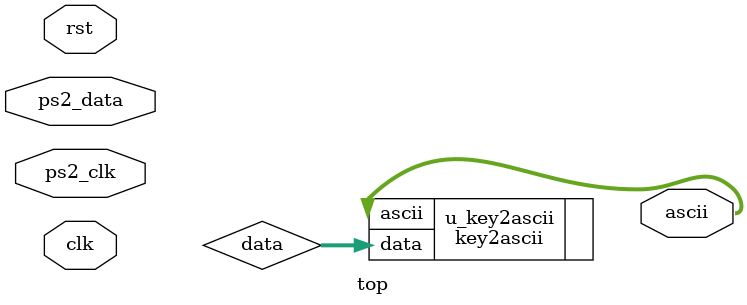
<source format=v>
`timescale 1ns / 1ps
module top(
        input clk,
        input rst,
        input ps2_clk,
        input ps2_data,
        output [7:0] ascii
    );

    wire is_press;
    wire [7:0] count;
    wire [7:0] key;

    kbd_ctrl u_kbd_ctrl(
                 .clk        	( clk         ),
                 .rst       	( rst         ),
                 .ps2_clk    	( ps2_clk     ),
                 .ps2_data   	( ps2_data    ),
                 .is_press 	    ( is_press    ),
                 .count         ( count       ),
                 .key           ( key         )
             );

    wire [7:0] data;

    key2ascii u_key2ascii(
                  .data   	( data    ),
                  .ascii 	( ascii   )
              );

    wire [3:0] b;
    wire [7:0] h;

    hex7seg u_hex7seg(
                .b 	( b  ),
                .h 	( h  )
            );


endmodule

</source>
